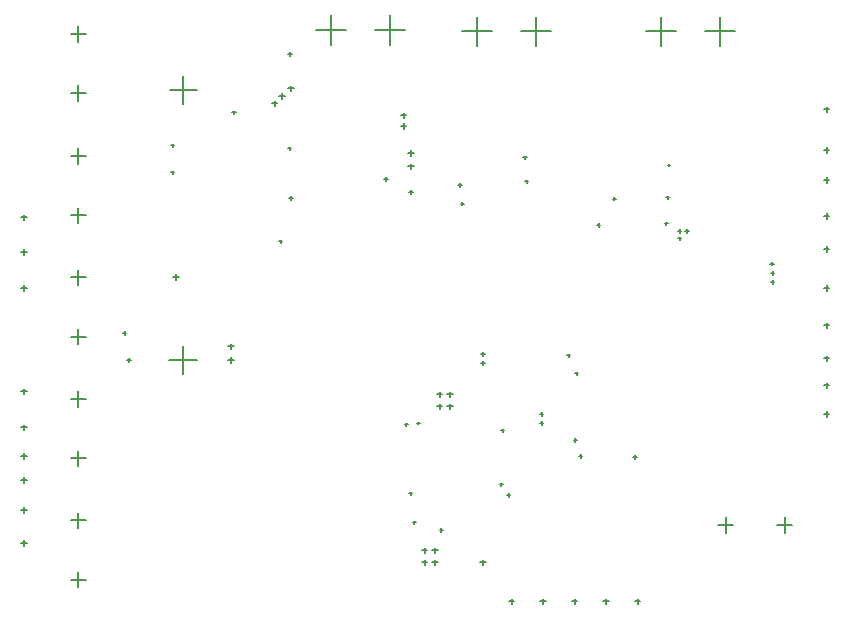
<source format=gbr>
%FSTAX23Y23*%
%MOIN*%
%SFA1B1*%

%IPPOS*%
%ADD137C,0.005000*%
%LNpwr_board_final_drillmap_1-1*%
%LPD*%
G54D137*
X02428Y00295D02*
X02479D01*
X02454Y00269D02*
Y0032D01*
X02625Y00295D02*
X02676D01*
X0265Y00269D02*
Y0032D01*
X00599Y00845D02*
X0069D01*
X00645Y00799D02*
Y0089D01*
X006Y01745D02*
X0069D01*
X00645Y01699D02*
Y0179D01*
X0027Y0031D02*
X00321D01*
X00295Y00284D02*
Y00335D01*
X0027Y00113D02*
X00321D01*
X00295Y00087D02*
Y00138D01*
X01773Y0194D02*
X01871D01*
X01822Y0189D02*
Y01989D01*
X01576Y0194D02*
X01675D01*
X01625Y0189D02*
Y01989D01*
X01286Y01945D02*
X01385D01*
X01335Y01895D02*
Y01994D01*
X01089Y01945D02*
X01188D01*
X01139Y01895D02*
Y01994D01*
X0027Y01931D02*
X00321D01*
X00295Y01906D02*
Y01957D01*
X0027Y01735D02*
X00321D01*
X00295Y01709D02*
Y0176D01*
X0027Y01525D02*
X00321D01*
X00295Y01499D02*
Y0155D01*
X0027Y01328D02*
X00321D01*
X00295Y01302D02*
Y01353D01*
X0027Y00715D02*
X00321D01*
X00295Y00689D02*
Y0074D01*
X0027Y00518D02*
X00321D01*
X00295Y00492D02*
Y00543D01*
X02386Y0194D02*
X02485D01*
X02435Y0189D02*
Y01989D01*
X02189Y0194D02*
X02288D01*
X02239Y0189D02*
Y01989D01*
X0027Y0112D02*
X00321D01*
X00295Y01094D02*
Y01145D01*
X0027Y00923D02*
X00321D01*
X00295Y00897D02*
Y00948D01*
X02078Y01382D02*
X02088D01*
X02083Y01377D02*
Y01387D01*
X02256Y01388D02*
X02266D01*
X02261Y01383D02*
Y01393D01*
X02251Y01301D02*
X02261D01*
X02256Y01296D02*
Y01306D01*
X02294Y01275D02*
X02305D01*
X023Y01269D02*
Y0128D01*
X02294Y0125D02*
X02305D01*
X023Y01244D02*
Y01255D01*
X02319Y01275D02*
X0233D01*
X02325Y01269D02*
Y0128D01*
X01784Y0144D02*
X01795D01*
X0179Y01434D02*
Y01445D01*
X01779Y0152D02*
X0179D01*
X01785Y01514D02*
Y01525D01*
X0226Y01495D02*
X02269D01*
X02265Y0149D02*
Y01499D01*
X02603Y01166D02*
X02614D01*
X02609Y0116D02*
Y01172D01*
X02604Y01105D02*
X02615D01*
X0261Y01099D02*
Y0111D01*
X02604Y01135D02*
X02615D01*
X0261Y01129D02*
Y0114D01*
X02024Y01295D02*
X02035D01*
X0203Y01289D02*
Y013D01*
X01563Y01428D02*
X01575D01*
X01569Y01422D02*
Y01434D01*
X0157Y01366D02*
X01582D01*
X01576Y0136D02*
Y01372D01*
X00999Y01385D02*
X0101D01*
X01005Y01379D02*
Y0139D01*
X01316Y01448D02*
X01327D01*
X01321Y01442D02*
Y01454D01*
X00795Y00845D02*
X00814D01*
X00805Y00835D02*
Y00854D01*
X00459Y00845D02*
X0047D01*
X00465Y00839D02*
Y0085D01*
X00444Y00935D02*
X00455D01*
X0045Y00929D02*
Y0094D01*
X00994Y0155D02*
X01005D01*
X01Y01544D02*
Y01555D01*
X00604Y0147D02*
X00615D01*
X0061Y01464D02*
Y01475D01*
X00604Y0156D02*
X00615D01*
X0061Y01554D02*
Y01565D01*
X0278Y0168D02*
X02799D01*
X0279Y0167D02*
Y01689D01*
X0278Y01545D02*
X02799D01*
X0279Y01535D02*
Y01554D01*
X0278Y01445D02*
X02799D01*
X0279Y01435D02*
Y01454D01*
X0278Y01325D02*
X02799D01*
X0279Y01315D02*
Y01334D01*
X0278Y01215D02*
X02799D01*
X0279Y01205D02*
Y01224D01*
X0278Y01085D02*
X02799D01*
X0279Y01075D02*
Y01094D01*
X0278Y0096D02*
X02799D01*
X0279Y0095D02*
Y00969D01*
X0278Y0085D02*
X02799D01*
X0279Y0084D02*
Y00859D01*
X0278Y0076D02*
X02799D01*
X0279Y0075D02*
Y00769D01*
X0278Y00665D02*
X02799D01*
X0279Y00655D02*
Y00674D01*
X01424Y00635D02*
X01434D01*
X01429Y0063D02*
Y00639D01*
X00105Y0132D02*
X00124D01*
X00115Y0131D02*
Y01329D01*
X00105Y01205D02*
X00124D01*
X00115Y01195D02*
Y01214D01*
X00105Y01085D02*
X00124D01*
X00115Y01075D02*
Y01094D01*
X00105Y0074D02*
X00124D01*
X00115Y0073D02*
Y00749D01*
X00105Y0062D02*
X00124D01*
X00115Y0061D02*
Y00629D01*
X00105Y00525D02*
X00124D01*
X00115Y00515D02*
Y00534D01*
X00105Y00445D02*
X00124D01*
X00115Y00435D02*
Y00454D01*
X00105Y00345D02*
X00124D01*
X00115Y00335D02*
Y00354D01*
X00105Y00235D02*
X00124D01*
X00115Y00225D02*
Y00244D01*
X0173Y0004D02*
X01749D01*
X0174Y0003D02*
Y00049D01*
X01835Y0004D02*
X01854D01*
X01845Y0003D02*
Y00049D01*
X0194Y0004D02*
X01959D01*
X0195Y0003D02*
Y00049D01*
X02045Y0004D02*
X02064D01*
X02055Y0003D02*
Y00049D01*
X0215Y0004D02*
X02169D01*
X0216Y0003D02*
Y00049D01*
X00795Y0089D02*
X00814D01*
X00805Y0088D02*
Y00899D01*
X00965Y0124D02*
X00974D01*
X0097Y01235D02*
Y01244D01*
X01384Y0063D02*
X01394D01*
X01389Y00626D02*
Y00635D01*
X01399Y004D02*
X01409D01*
X01404Y00395D02*
Y00405D01*
X01411Y00304D02*
X01421D01*
X01416Y00299D02*
Y00309D01*
X00996Y01865D02*
X01008D01*
X01002Y01859D02*
Y01871D01*
X01951Y008D02*
X01963D01*
X01957Y00794D02*
Y00806D01*
X01725Y00395D02*
X01736D01*
X0173Y00389D02*
Y004D01*
X017Y0043D02*
X01711D01*
X01705Y00424D02*
Y00435D01*
X01705Y0061D02*
X01716D01*
X0171Y00604D02*
Y00615D01*
X00965Y01725D02*
X00984D01*
X00975Y01715D02*
Y01734D01*
X01399Y01405D02*
X0141D01*
X01405Y01399D02*
Y0141D01*
X01525Y0069D02*
X01544D01*
X01535Y0068D02*
Y00699D01*
X01525Y0073D02*
X01544D01*
X01535Y0072D02*
Y00739D01*
X01475Y0021D02*
X01494D01*
X01485Y002D02*
Y00219D01*
X0144Y0021D02*
X01459D01*
X0145Y002D02*
Y00219D01*
X00995Y0175D02*
X01014D01*
X01005Y0174D02*
Y01759D01*
X0094Y017D02*
X00959D01*
X0095Y0169D02*
Y01709D01*
X01924Y0086D02*
X01935D01*
X0193Y00854D02*
Y00865D01*
X01639Y00835D02*
X0165D01*
X01645Y00829D02*
Y0084D01*
X01834Y00635D02*
X01845D01*
X0184Y00629D02*
Y0064D01*
X00809Y0167D02*
X0082D01*
X00814Y01664D02*
Y01676D01*
X01636Y0017D02*
X01655D01*
X01645Y0016D02*
Y00179D01*
X01475Y0017D02*
X01494D01*
X01485Y0016D02*
Y00179D01*
X0144Y0017D02*
X01459D01*
X0145Y0016D02*
Y00179D01*
X01965Y00525D02*
X01976D01*
X0197Y00519D02*
Y0053D01*
X01947Y00579D02*
X01959D01*
X01953Y00573D02*
Y00585D01*
X015Y00279D02*
X01511D01*
X01505Y00273D02*
Y00285D01*
X0137Y0166D02*
X01389D01*
X0138Y0165D02*
Y01669D01*
X0137Y01625D02*
X01389D01*
X0138Y01615D02*
Y01634D01*
X01396Y0149D02*
X01415D01*
X01405Y0148D02*
Y01499D01*
X01396Y01535D02*
X01415D01*
X01405Y01525D02*
Y01544D01*
X01835Y00665D02*
X01846D01*
X0184Y00659D02*
Y0067D01*
X01639Y00865D02*
X0165D01*
X01645Y00859D02*
Y0087D01*
X0149Y0069D02*
X01509D01*
X015Y0068D02*
Y00699D01*
X0149Y0073D02*
X01509D01*
X015Y0072D02*
Y00739D01*
X00612Y01121D02*
X00632D01*
X00622Y01111D02*
Y01131D01*
X02145Y00522D02*
X02157D01*
X02151Y00516D02*
Y00528D01*
M02*
</source>
